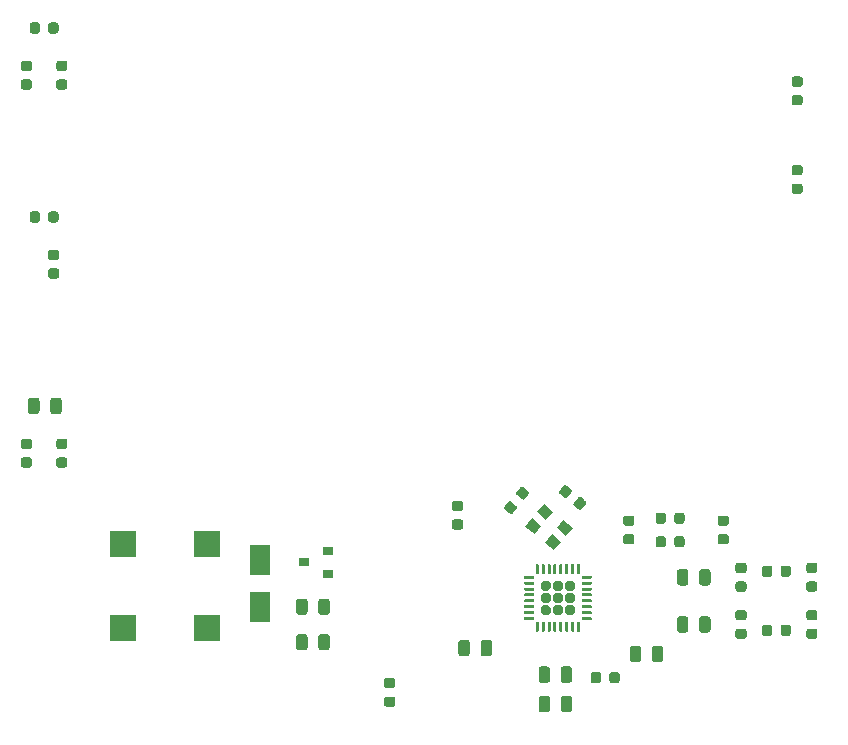
<source format=gtp>
G04 #@! TF.GenerationSoftware,KiCad,Pcbnew,(5.1.6)-1*
G04 #@! TF.CreationDate,2022-05-24T19:53:44-07:00*
G04 #@! TF.ProjectId,MFRC522 PCB ESP32,4d465243-3532-4322-9050-434220455350,rev?*
G04 #@! TF.SameCoordinates,Original*
G04 #@! TF.FileFunction,Paste,Top*
G04 #@! TF.FilePolarity,Positive*
%FSLAX46Y46*%
G04 Gerber Fmt 4.6, Leading zero omitted, Abs format (unit mm)*
G04 Created by KiCad (PCBNEW (5.1.6)-1) date 2022-05-24 19:53:44*
%MOMM*%
%LPD*%
G01*
G04 APERTURE LIST*
%ADD10C,0.100000*%
%ADD11R,0.900000X0.800000*%
%ADD12R,1.800000X2.500000*%
%ADD13R,2.300000X2.300000*%
G04 APERTURE END LIST*
D10*
G36*
X226769476Y-103493753D02*
G01*
X226203088Y-104193184D01*
X225425942Y-103563863D01*
X225992330Y-102864432D01*
X226769476Y-103493753D01*
G37*
G36*
X225098612Y-102140714D02*
G01*
X224532224Y-102840145D01*
X223755078Y-102210824D01*
X224321466Y-101511393D01*
X225098612Y-102140714D01*
G37*
G36*
X226074058Y-100936137D02*
G01*
X225507670Y-101635568D01*
X224730524Y-101006247D01*
X225296912Y-100306816D01*
X226074058Y-100936137D01*
G37*
G36*
X227744922Y-102289176D02*
G01*
X227178534Y-102988607D01*
X226401388Y-102359286D01*
X226967776Y-101659855D01*
X227744922Y-102289176D01*
G37*
G36*
G01*
X224812500Y-111125000D02*
X224687500Y-111125000D01*
G75*
G02*
X224625000Y-111062500I0J62500D01*
G01*
X224625000Y-110312500D01*
G75*
G02*
X224687500Y-110250000I62500J0D01*
G01*
X224812500Y-110250000D01*
G75*
G02*
X224875000Y-110312500I0J-62500D01*
G01*
X224875000Y-111062500D01*
G75*
G02*
X224812500Y-111125000I-62500J0D01*
G01*
G37*
G36*
G01*
X225312500Y-111125000D02*
X225187500Y-111125000D01*
G75*
G02*
X225125000Y-111062500I0J62500D01*
G01*
X225125000Y-110312500D01*
G75*
G02*
X225187500Y-110250000I62500J0D01*
G01*
X225312500Y-110250000D01*
G75*
G02*
X225375000Y-110312500I0J-62500D01*
G01*
X225375000Y-111062500D01*
G75*
G02*
X225312500Y-111125000I-62500J0D01*
G01*
G37*
G36*
G01*
X225812500Y-111125000D02*
X225687500Y-111125000D01*
G75*
G02*
X225625000Y-111062500I0J62500D01*
G01*
X225625000Y-110312500D01*
G75*
G02*
X225687500Y-110250000I62500J0D01*
G01*
X225812500Y-110250000D01*
G75*
G02*
X225875000Y-110312500I0J-62500D01*
G01*
X225875000Y-111062500D01*
G75*
G02*
X225812500Y-111125000I-62500J0D01*
G01*
G37*
G36*
G01*
X226312500Y-111125000D02*
X226187500Y-111125000D01*
G75*
G02*
X226125000Y-111062500I0J62500D01*
G01*
X226125000Y-110312500D01*
G75*
G02*
X226187500Y-110250000I62500J0D01*
G01*
X226312500Y-110250000D01*
G75*
G02*
X226375000Y-110312500I0J-62500D01*
G01*
X226375000Y-111062500D01*
G75*
G02*
X226312500Y-111125000I-62500J0D01*
G01*
G37*
G36*
G01*
X226812500Y-111125000D02*
X226687500Y-111125000D01*
G75*
G02*
X226625000Y-111062500I0J62500D01*
G01*
X226625000Y-110312500D01*
G75*
G02*
X226687500Y-110250000I62500J0D01*
G01*
X226812500Y-110250000D01*
G75*
G02*
X226875000Y-110312500I0J-62500D01*
G01*
X226875000Y-111062500D01*
G75*
G02*
X226812500Y-111125000I-62500J0D01*
G01*
G37*
G36*
G01*
X227312500Y-111125000D02*
X227187500Y-111125000D01*
G75*
G02*
X227125000Y-111062500I0J62500D01*
G01*
X227125000Y-110312500D01*
G75*
G02*
X227187500Y-110250000I62500J0D01*
G01*
X227312500Y-110250000D01*
G75*
G02*
X227375000Y-110312500I0J-62500D01*
G01*
X227375000Y-111062500D01*
G75*
G02*
X227312500Y-111125000I-62500J0D01*
G01*
G37*
G36*
G01*
X227812500Y-111125000D02*
X227687500Y-111125000D01*
G75*
G02*
X227625000Y-111062500I0J62500D01*
G01*
X227625000Y-110312500D01*
G75*
G02*
X227687500Y-110250000I62500J0D01*
G01*
X227812500Y-110250000D01*
G75*
G02*
X227875000Y-110312500I0J-62500D01*
G01*
X227875000Y-111062500D01*
G75*
G02*
X227812500Y-111125000I-62500J0D01*
G01*
G37*
G36*
G01*
X228312500Y-111125000D02*
X228187500Y-111125000D01*
G75*
G02*
X228125000Y-111062500I0J62500D01*
G01*
X228125000Y-110312500D01*
G75*
G02*
X228187500Y-110250000I62500J0D01*
G01*
X228312500Y-110250000D01*
G75*
G02*
X228375000Y-110312500I0J-62500D01*
G01*
X228375000Y-111062500D01*
G75*
G02*
X228312500Y-111125000I-62500J0D01*
G01*
G37*
G36*
G01*
X229312500Y-110125000D02*
X228562500Y-110125000D01*
G75*
G02*
X228500000Y-110062500I0J62500D01*
G01*
X228500000Y-109937500D01*
G75*
G02*
X228562500Y-109875000I62500J0D01*
G01*
X229312500Y-109875000D01*
G75*
G02*
X229375000Y-109937500I0J-62500D01*
G01*
X229375000Y-110062500D01*
G75*
G02*
X229312500Y-110125000I-62500J0D01*
G01*
G37*
G36*
G01*
X229312500Y-109625000D02*
X228562500Y-109625000D01*
G75*
G02*
X228500000Y-109562500I0J62500D01*
G01*
X228500000Y-109437500D01*
G75*
G02*
X228562500Y-109375000I62500J0D01*
G01*
X229312500Y-109375000D01*
G75*
G02*
X229375000Y-109437500I0J-62500D01*
G01*
X229375000Y-109562500D01*
G75*
G02*
X229312500Y-109625000I-62500J0D01*
G01*
G37*
G36*
G01*
X229312500Y-109125000D02*
X228562500Y-109125000D01*
G75*
G02*
X228500000Y-109062500I0J62500D01*
G01*
X228500000Y-108937500D01*
G75*
G02*
X228562500Y-108875000I62500J0D01*
G01*
X229312500Y-108875000D01*
G75*
G02*
X229375000Y-108937500I0J-62500D01*
G01*
X229375000Y-109062500D01*
G75*
G02*
X229312500Y-109125000I-62500J0D01*
G01*
G37*
G36*
G01*
X229312500Y-108625000D02*
X228562500Y-108625000D01*
G75*
G02*
X228500000Y-108562500I0J62500D01*
G01*
X228500000Y-108437500D01*
G75*
G02*
X228562500Y-108375000I62500J0D01*
G01*
X229312500Y-108375000D01*
G75*
G02*
X229375000Y-108437500I0J-62500D01*
G01*
X229375000Y-108562500D01*
G75*
G02*
X229312500Y-108625000I-62500J0D01*
G01*
G37*
G36*
G01*
X229312500Y-108125000D02*
X228562500Y-108125000D01*
G75*
G02*
X228500000Y-108062500I0J62500D01*
G01*
X228500000Y-107937500D01*
G75*
G02*
X228562500Y-107875000I62500J0D01*
G01*
X229312500Y-107875000D01*
G75*
G02*
X229375000Y-107937500I0J-62500D01*
G01*
X229375000Y-108062500D01*
G75*
G02*
X229312500Y-108125000I-62500J0D01*
G01*
G37*
G36*
G01*
X229312500Y-107625000D02*
X228562500Y-107625000D01*
G75*
G02*
X228500000Y-107562500I0J62500D01*
G01*
X228500000Y-107437500D01*
G75*
G02*
X228562500Y-107375000I62500J0D01*
G01*
X229312500Y-107375000D01*
G75*
G02*
X229375000Y-107437500I0J-62500D01*
G01*
X229375000Y-107562500D01*
G75*
G02*
X229312500Y-107625000I-62500J0D01*
G01*
G37*
G36*
G01*
X229312500Y-107125000D02*
X228562500Y-107125000D01*
G75*
G02*
X228500000Y-107062500I0J62500D01*
G01*
X228500000Y-106937500D01*
G75*
G02*
X228562500Y-106875000I62500J0D01*
G01*
X229312500Y-106875000D01*
G75*
G02*
X229375000Y-106937500I0J-62500D01*
G01*
X229375000Y-107062500D01*
G75*
G02*
X229312500Y-107125000I-62500J0D01*
G01*
G37*
G36*
G01*
X229312500Y-106625000D02*
X228562500Y-106625000D01*
G75*
G02*
X228500000Y-106562500I0J62500D01*
G01*
X228500000Y-106437500D01*
G75*
G02*
X228562500Y-106375000I62500J0D01*
G01*
X229312500Y-106375000D01*
G75*
G02*
X229375000Y-106437500I0J-62500D01*
G01*
X229375000Y-106562500D01*
G75*
G02*
X229312500Y-106625000I-62500J0D01*
G01*
G37*
G36*
G01*
X228312500Y-106250000D02*
X228187500Y-106250000D01*
G75*
G02*
X228125000Y-106187500I0J62500D01*
G01*
X228125000Y-105437500D01*
G75*
G02*
X228187500Y-105375000I62500J0D01*
G01*
X228312500Y-105375000D01*
G75*
G02*
X228375000Y-105437500I0J-62500D01*
G01*
X228375000Y-106187500D01*
G75*
G02*
X228312500Y-106250000I-62500J0D01*
G01*
G37*
G36*
G01*
X227812500Y-106250000D02*
X227687500Y-106250000D01*
G75*
G02*
X227625000Y-106187500I0J62500D01*
G01*
X227625000Y-105437500D01*
G75*
G02*
X227687500Y-105375000I62500J0D01*
G01*
X227812500Y-105375000D01*
G75*
G02*
X227875000Y-105437500I0J-62500D01*
G01*
X227875000Y-106187500D01*
G75*
G02*
X227812500Y-106250000I-62500J0D01*
G01*
G37*
G36*
G01*
X227312500Y-106250000D02*
X227187500Y-106250000D01*
G75*
G02*
X227125000Y-106187500I0J62500D01*
G01*
X227125000Y-105437500D01*
G75*
G02*
X227187500Y-105375000I62500J0D01*
G01*
X227312500Y-105375000D01*
G75*
G02*
X227375000Y-105437500I0J-62500D01*
G01*
X227375000Y-106187500D01*
G75*
G02*
X227312500Y-106250000I-62500J0D01*
G01*
G37*
G36*
G01*
X226812500Y-106250000D02*
X226687500Y-106250000D01*
G75*
G02*
X226625000Y-106187500I0J62500D01*
G01*
X226625000Y-105437500D01*
G75*
G02*
X226687500Y-105375000I62500J0D01*
G01*
X226812500Y-105375000D01*
G75*
G02*
X226875000Y-105437500I0J-62500D01*
G01*
X226875000Y-106187500D01*
G75*
G02*
X226812500Y-106250000I-62500J0D01*
G01*
G37*
G36*
G01*
X226312500Y-106250000D02*
X226187500Y-106250000D01*
G75*
G02*
X226125000Y-106187500I0J62500D01*
G01*
X226125000Y-105437500D01*
G75*
G02*
X226187500Y-105375000I62500J0D01*
G01*
X226312500Y-105375000D01*
G75*
G02*
X226375000Y-105437500I0J-62500D01*
G01*
X226375000Y-106187500D01*
G75*
G02*
X226312500Y-106250000I-62500J0D01*
G01*
G37*
G36*
G01*
X225812500Y-106250000D02*
X225687500Y-106250000D01*
G75*
G02*
X225625000Y-106187500I0J62500D01*
G01*
X225625000Y-105437500D01*
G75*
G02*
X225687500Y-105375000I62500J0D01*
G01*
X225812500Y-105375000D01*
G75*
G02*
X225875000Y-105437500I0J-62500D01*
G01*
X225875000Y-106187500D01*
G75*
G02*
X225812500Y-106250000I-62500J0D01*
G01*
G37*
G36*
G01*
X225312500Y-106250000D02*
X225187500Y-106250000D01*
G75*
G02*
X225125000Y-106187500I0J62500D01*
G01*
X225125000Y-105437500D01*
G75*
G02*
X225187500Y-105375000I62500J0D01*
G01*
X225312500Y-105375000D01*
G75*
G02*
X225375000Y-105437500I0J-62500D01*
G01*
X225375000Y-106187500D01*
G75*
G02*
X225312500Y-106250000I-62500J0D01*
G01*
G37*
G36*
G01*
X224812500Y-106250000D02*
X224687500Y-106250000D01*
G75*
G02*
X224625000Y-106187500I0J62500D01*
G01*
X224625000Y-105437500D01*
G75*
G02*
X224687500Y-105375000I62500J0D01*
G01*
X224812500Y-105375000D01*
G75*
G02*
X224875000Y-105437500I0J-62500D01*
G01*
X224875000Y-106187500D01*
G75*
G02*
X224812500Y-106250000I-62500J0D01*
G01*
G37*
G36*
G01*
X224437500Y-106625000D02*
X223687500Y-106625000D01*
G75*
G02*
X223625000Y-106562500I0J62500D01*
G01*
X223625000Y-106437500D01*
G75*
G02*
X223687500Y-106375000I62500J0D01*
G01*
X224437500Y-106375000D01*
G75*
G02*
X224500000Y-106437500I0J-62500D01*
G01*
X224500000Y-106562500D01*
G75*
G02*
X224437500Y-106625000I-62500J0D01*
G01*
G37*
G36*
G01*
X224437500Y-107125000D02*
X223687500Y-107125000D01*
G75*
G02*
X223625000Y-107062500I0J62500D01*
G01*
X223625000Y-106937500D01*
G75*
G02*
X223687500Y-106875000I62500J0D01*
G01*
X224437500Y-106875000D01*
G75*
G02*
X224500000Y-106937500I0J-62500D01*
G01*
X224500000Y-107062500D01*
G75*
G02*
X224437500Y-107125000I-62500J0D01*
G01*
G37*
G36*
G01*
X224437500Y-107625000D02*
X223687500Y-107625000D01*
G75*
G02*
X223625000Y-107562500I0J62500D01*
G01*
X223625000Y-107437500D01*
G75*
G02*
X223687500Y-107375000I62500J0D01*
G01*
X224437500Y-107375000D01*
G75*
G02*
X224500000Y-107437500I0J-62500D01*
G01*
X224500000Y-107562500D01*
G75*
G02*
X224437500Y-107625000I-62500J0D01*
G01*
G37*
G36*
G01*
X224437500Y-108125000D02*
X223687500Y-108125000D01*
G75*
G02*
X223625000Y-108062500I0J62500D01*
G01*
X223625000Y-107937500D01*
G75*
G02*
X223687500Y-107875000I62500J0D01*
G01*
X224437500Y-107875000D01*
G75*
G02*
X224500000Y-107937500I0J-62500D01*
G01*
X224500000Y-108062500D01*
G75*
G02*
X224437500Y-108125000I-62500J0D01*
G01*
G37*
G36*
G01*
X224437500Y-108625000D02*
X223687500Y-108625000D01*
G75*
G02*
X223625000Y-108562500I0J62500D01*
G01*
X223625000Y-108437500D01*
G75*
G02*
X223687500Y-108375000I62500J0D01*
G01*
X224437500Y-108375000D01*
G75*
G02*
X224500000Y-108437500I0J-62500D01*
G01*
X224500000Y-108562500D01*
G75*
G02*
X224437500Y-108625000I-62500J0D01*
G01*
G37*
G36*
G01*
X224437500Y-109125000D02*
X223687500Y-109125000D01*
G75*
G02*
X223625000Y-109062500I0J62500D01*
G01*
X223625000Y-108937500D01*
G75*
G02*
X223687500Y-108875000I62500J0D01*
G01*
X224437500Y-108875000D01*
G75*
G02*
X224500000Y-108937500I0J-62500D01*
G01*
X224500000Y-109062500D01*
G75*
G02*
X224437500Y-109125000I-62500J0D01*
G01*
G37*
G36*
G01*
X224437500Y-109625000D02*
X223687500Y-109625000D01*
G75*
G02*
X223625000Y-109562500I0J62500D01*
G01*
X223625000Y-109437500D01*
G75*
G02*
X223687500Y-109375000I62500J0D01*
G01*
X224437500Y-109375000D01*
G75*
G02*
X224500000Y-109437500I0J-62500D01*
G01*
X224500000Y-109562500D01*
G75*
G02*
X224437500Y-109625000I-62500J0D01*
G01*
G37*
G36*
G01*
X224437500Y-110125000D02*
X223687500Y-110125000D01*
G75*
G02*
X223625000Y-110062500I0J62500D01*
G01*
X223625000Y-109937500D01*
G75*
G02*
X223687500Y-109875000I62500J0D01*
G01*
X224437500Y-109875000D01*
G75*
G02*
X224500000Y-109937500I0J-62500D01*
G01*
X224500000Y-110062500D01*
G75*
G02*
X224437500Y-110125000I-62500J0D01*
G01*
G37*
G36*
G01*
X225677500Y-109695000D02*
X225262500Y-109695000D01*
G75*
G02*
X225055000Y-109487500I0J207500D01*
G01*
X225055000Y-109072500D01*
G75*
G02*
X225262500Y-108865000I207500J0D01*
G01*
X225677500Y-108865000D01*
G75*
G02*
X225885000Y-109072500I0J-207500D01*
G01*
X225885000Y-109487500D01*
G75*
G02*
X225677500Y-109695000I-207500J0D01*
G01*
G37*
G36*
G01*
X226707500Y-109695000D02*
X226292500Y-109695000D01*
G75*
G02*
X226085000Y-109487500I0J207500D01*
G01*
X226085000Y-109072500D01*
G75*
G02*
X226292500Y-108865000I207500J0D01*
G01*
X226707500Y-108865000D01*
G75*
G02*
X226915000Y-109072500I0J-207500D01*
G01*
X226915000Y-109487500D01*
G75*
G02*
X226707500Y-109695000I-207500J0D01*
G01*
G37*
G36*
G01*
X227737500Y-109695000D02*
X227322500Y-109695000D01*
G75*
G02*
X227115000Y-109487500I0J207500D01*
G01*
X227115000Y-109072500D01*
G75*
G02*
X227322500Y-108865000I207500J0D01*
G01*
X227737500Y-108865000D01*
G75*
G02*
X227945000Y-109072500I0J-207500D01*
G01*
X227945000Y-109487500D01*
G75*
G02*
X227737500Y-109695000I-207500J0D01*
G01*
G37*
G36*
G01*
X225677500Y-108665000D02*
X225262500Y-108665000D01*
G75*
G02*
X225055000Y-108457500I0J207500D01*
G01*
X225055000Y-108042500D01*
G75*
G02*
X225262500Y-107835000I207500J0D01*
G01*
X225677500Y-107835000D01*
G75*
G02*
X225885000Y-108042500I0J-207500D01*
G01*
X225885000Y-108457500D01*
G75*
G02*
X225677500Y-108665000I-207500J0D01*
G01*
G37*
G36*
G01*
X226707500Y-108665000D02*
X226292500Y-108665000D01*
G75*
G02*
X226085000Y-108457500I0J207500D01*
G01*
X226085000Y-108042500D01*
G75*
G02*
X226292500Y-107835000I207500J0D01*
G01*
X226707500Y-107835000D01*
G75*
G02*
X226915000Y-108042500I0J-207500D01*
G01*
X226915000Y-108457500D01*
G75*
G02*
X226707500Y-108665000I-207500J0D01*
G01*
G37*
G36*
G01*
X227737500Y-108665000D02*
X227322500Y-108665000D01*
G75*
G02*
X227115000Y-108457500I0J207500D01*
G01*
X227115000Y-108042500D01*
G75*
G02*
X227322500Y-107835000I207500J0D01*
G01*
X227737500Y-107835000D01*
G75*
G02*
X227945000Y-108042500I0J-207500D01*
G01*
X227945000Y-108457500D01*
G75*
G02*
X227737500Y-108665000I-207500J0D01*
G01*
G37*
G36*
G01*
X225677500Y-107635000D02*
X225262500Y-107635000D01*
G75*
G02*
X225055000Y-107427500I0J207500D01*
G01*
X225055000Y-107012500D01*
G75*
G02*
X225262500Y-106805000I207500J0D01*
G01*
X225677500Y-106805000D01*
G75*
G02*
X225885000Y-107012500I0J-207500D01*
G01*
X225885000Y-107427500D01*
G75*
G02*
X225677500Y-107635000I-207500J0D01*
G01*
G37*
G36*
G01*
X226707500Y-107635000D02*
X226292500Y-107635000D01*
G75*
G02*
X226085000Y-107427500I0J207500D01*
G01*
X226085000Y-107012500D01*
G75*
G02*
X226292500Y-106805000I207500J0D01*
G01*
X226707500Y-106805000D01*
G75*
G02*
X226915000Y-107012500I0J-207500D01*
G01*
X226915000Y-107427500D01*
G75*
G02*
X226707500Y-107635000I-207500J0D01*
G01*
G37*
G36*
G01*
X227737500Y-107635000D02*
X227322500Y-107635000D01*
G75*
G02*
X227115000Y-107427500I0J207500D01*
G01*
X227115000Y-107012500D01*
G75*
G02*
X227322500Y-106805000I207500J0D01*
G01*
X227737500Y-106805000D01*
G75*
G02*
X227945000Y-107012500I0J-207500D01*
G01*
X227945000Y-107427500D01*
G75*
G02*
X227737500Y-107635000I-207500J0D01*
G01*
G37*
G36*
G01*
X205300000Y-108543750D02*
X205300000Y-109456250D01*
G75*
G02*
X205056250Y-109700000I-243750J0D01*
G01*
X204568750Y-109700000D01*
G75*
G02*
X204325000Y-109456250I0J243750D01*
G01*
X204325000Y-108543750D01*
G75*
G02*
X204568750Y-108300000I243750J0D01*
G01*
X205056250Y-108300000D01*
G75*
G02*
X205300000Y-108543750I0J-243750D01*
G01*
G37*
G36*
G01*
X207175000Y-108543750D02*
X207175000Y-109456250D01*
G75*
G02*
X206931250Y-109700000I-243750J0D01*
G01*
X206443750Y-109700000D01*
G75*
G02*
X206200000Y-109456250I0J243750D01*
G01*
X206200000Y-108543750D01*
G75*
G02*
X206443750Y-108300000I243750J0D01*
G01*
X206931250Y-108300000D01*
G75*
G02*
X207175000Y-108543750I0J-243750D01*
G01*
G37*
G36*
G01*
X184756250Y-95650000D02*
X184243750Y-95650000D01*
G75*
G02*
X184025000Y-95431250I0J218750D01*
G01*
X184025000Y-94993750D01*
G75*
G02*
X184243750Y-94775000I218750J0D01*
G01*
X184756250Y-94775000D01*
G75*
G02*
X184975000Y-94993750I0J-218750D01*
G01*
X184975000Y-95431250D01*
G75*
G02*
X184756250Y-95650000I-218750J0D01*
G01*
G37*
G36*
G01*
X184756250Y-97225000D02*
X184243750Y-97225000D01*
G75*
G02*
X184025000Y-97006250I0J218750D01*
G01*
X184025000Y-96568750D01*
G75*
G02*
X184243750Y-96350000I218750J0D01*
G01*
X184756250Y-96350000D01*
G75*
G02*
X184975000Y-96568750I0J-218750D01*
G01*
X184975000Y-97006250D01*
G75*
G02*
X184756250Y-97225000I-218750J0D01*
G01*
G37*
G36*
G01*
X184756250Y-63650000D02*
X184243750Y-63650000D01*
G75*
G02*
X184025000Y-63431250I0J218750D01*
G01*
X184025000Y-62993750D01*
G75*
G02*
X184243750Y-62775000I218750J0D01*
G01*
X184756250Y-62775000D01*
G75*
G02*
X184975000Y-62993750I0J-218750D01*
G01*
X184975000Y-63431250D01*
G75*
G02*
X184756250Y-63650000I-218750J0D01*
G01*
G37*
G36*
G01*
X184756250Y-65225000D02*
X184243750Y-65225000D01*
G75*
G02*
X184025000Y-65006250I0J218750D01*
G01*
X184025000Y-64568750D01*
G75*
G02*
X184243750Y-64350000I218750J0D01*
G01*
X184756250Y-64350000D01*
G75*
G02*
X184975000Y-64568750I0J-218750D01*
G01*
X184975000Y-65006250D01*
G75*
G02*
X184756250Y-65225000I-218750J0D01*
G01*
G37*
G36*
G01*
X212506250Y-115900000D02*
X211993750Y-115900000D01*
G75*
G02*
X211775000Y-115681250I0J218750D01*
G01*
X211775000Y-115243750D01*
G75*
G02*
X211993750Y-115025000I218750J0D01*
G01*
X212506250Y-115025000D01*
G75*
G02*
X212725000Y-115243750I0J-218750D01*
G01*
X212725000Y-115681250D01*
G75*
G02*
X212506250Y-115900000I-218750J0D01*
G01*
G37*
G36*
G01*
X212506250Y-117475000D02*
X211993750Y-117475000D01*
G75*
G02*
X211775000Y-117256250I0J218750D01*
G01*
X211775000Y-116818750D01*
G75*
G02*
X211993750Y-116600000I218750J0D01*
G01*
X212506250Y-116600000D01*
G75*
G02*
X212725000Y-116818750I0J-218750D01*
G01*
X212725000Y-117256250D01*
G75*
G02*
X212506250Y-117475000I-218750J0D01*
G01*
G37*
G36*
G01*
X181756250Y-95650000D02*
X181243750Y-95650000D01*
G75*
G02*
X181025000Y-95431250I0J218750D01*
G01*
X181025000Y-94993750D01*
G75*
G02*
X181243750Y-94775000I218750J0D01*
G01*
X181756250Y-94775000D01*
G75*
G02*
X181975000Y-94993750I0J-218750D01*
G01*
X181975000Y-95431250D01*
G75*
G02*
X181756250Y-95650000I-218750J0D01*
G01*
G37*
G36*
G01*
X181756250Y-97225000D02*
X181243750Y-97225000D01*
G75*
G02*
X181025000Y-97006250I0J218750D01*
G01*
X181025000Y-96568750D01*
G75*
G02*
X181243750Y-96350000I218750J0D01*
G01*
X181756250Y-96350000D01*
G75*
G02*
X181975000Y-96568750I0J-218750D01*
G01*
X181975000Y-97006250D01*
G75*
G02*
X181756250Y-97225000I-218750J0D01*
G01*
G37*
G36*
G01*
X205300000Y-111543750D02*
X205300000Y-112456250D01*
G75*
G02*
X205056250Y-112700000I-243750J0D01*
G01*
X204568750Y-112700000D01*
G75*
G02*
X204325000Y-112456250I0J243750D01*
G01*
X204325000Y-111543750D01*
G75*
G02*
X204568750Y-111300000I243750J0D01*
G01*
X205056250Y-111300000D01*
G75*
G02*
X205300000Y-111543750I0J-243750D01*
G01*
G37*
G36*
G01*
X207175000Y-111543750D02*
X207175000Y-112456250D01*
G75*
G02*
X206931250Y-112700000I-243750J0D01*
G01*
X206443750Y-112700000D01*
G75*
G02*
X206200000Y-112456250I0J243750D01*
G01*
X206200000Y-111543750D01*
G75*
G02*
X206443750Y-111300000I243750J0D01*
G01*
X206931250Y-111300000D01*
G75*
G02*
X207175000Y-111543750I0J-243750D01*
G01*
G37*
G36*
G01*
X232243750Y-102850000D02*
X232756250Y-102850000D01*
G75*
G02*
X232975000Y-103068750I0J-218750D01*
G01*
X232975000Y-103506250D01*
G75*
G02*
X232756250Y-103725000I-218750J0D01*
G01*
X232243750Y-103725000D01*
G75*
G02*
X232025000Y-103506250I0J218750D01*
G01*
X232025000Y-103068750D01*
G75*
G02*
X232243750Y-102850000I218750J0D01*
G01*
G37*
G36*
G01*
X232243750Y-101275000D02*
X232756250Y-101275000D01*
G75*
G02*
X232975000Y-101493750I0J-218750D01*
G01*
X232975000Y-101931250D01*
G75*
G02*
X232756250Y-102150000I-218750J0D01*
G01*
X232243750Y-102150000D01*
G75*
G02*
X232025000Y-101931250I0J218750D01*
G01*
X232025000Y-101493750D01*
G75*
G02*
X232243750Y-101275000I218750J0D01*
G01*
G37*
G36*
G01*
X240243750Y-102850000D02*
X240756250Y-102850000D01*
G75*
G02*
X240975000Y-103068750I0J-218750D01*
G01*
X240975000Y-103506250D01*
G75*
G02*
X240756250Y-103725000I-218750J0D01*
G01*
X240243750Y-103725000D01*
G75*
G02*
X240025000Y-103506250I0J218750D01*
G01*
X240025000Y-103068750D01*
G75*
G02*
X240243750Y-102850000I218750J0D01*
G01*
G37*
G36*
G01*
X240243750Y-101275000D02*
X240756250Y-101275000D01*
G75*
G02*
X240975000Y-101493750I0J-218750D01*
G01*
X240975000Y-101931250D01*
G75*
G02*
X240756250Y-102150000I-218750J0D01*
G01*
X240243750Y-102150000D01*
G75*
G02*
X240025000Y-101931250I0J218750D01*
G01*
X240025000Y-101493750D01*
G75*
G02*
X240243750Y-101275000I218750J0D01*
G01*
G37*
G36*
G01*
X181756250Y-63650000D02*
X181243750Y-63650000D01*
G75*
G02*
X181025000Y-63431250I0J218750D01*
G01*
X181025000Y-62993750D01*
G75*
G02*
X181243750Y-62775000I218750J0D01*
G01*
X181756250Y-62775000D01*
G75*
G02*
X181975000Y-62993750I0J-218750D01*
G01*
X181975000Y-63431250D01*
G75*
G02*
X181756250Y-63650000I-218750J0D01*
G01*
G37*
G36*
G01*
X181756250Y-65225000D02*
X181243750Y-65225000D01*
G75*
G02*
X181025000Y-65006250I0J218750D01*
G01*
X181025000Y-64568750D01*
G75*
G02*
X181243750Y-64350000I218750J0D01*
G01*
X181756250Y-64350000D01*
G75*
G02*
X181975000Y-64568750I0J-218750D01*
G01*
X181975000Y-65006250D01*
G75*
G02*
X181756250Y-65225000I-218750J0D01*
G01*
G37*
G36*
G01*
X184056250Y-79650000D02*
X183543750Y-79650000D01*
G75*
G02*
X183325000Y-79431250I0J218750D01*
G01*
X183325000Y-78993750D01*
G75*
G02*
X183543750Y-78775000I218750J0D01*
G01*
X184056250Y-78775000D01*
G75*
G02*
X184275000Y-78993750I0J-218750D01*
G01*
X184275000Y-79431250D01*
G75*
G02*
X184056250Y-79650000I-218750J0D01*
G01*
G37*
G36*
G01*
X184056250Y-81225000D02*
X183543750Y-81225000D01*
G75*
G02*
X183325000Y-81006250I0J218750D01*
G01*
X183325000Y-80568750D01*
G75*
G02*
X183543750Y-80350000I218750J0D01*
G01*
X184056250Y-80350000D01*
G75*
G02*
X184275000Y-80568750I0J-218750D01*
G01*
X184275000Y-81006250D01*
G75*
G02*
X184056250Y-81225000I-218750J0D01*
G01*
G37*
G36*
G01*
X230150000Y-114743750D02*
X230150000Y-115256250D01*
G75*
G02*
X229931250Y-115475000I-218750J0D01*
G01*
X229493750Y-115475000D01*
G75*
G02*
X229275000Y-115256250I0J218750D01*
G01*
X229275000Y-114743750D01*
G75*
G02*
X229493750Y-114525000I218750J0D01*
G01*
X229931250Y-114525000D01*
G75*
G02*
X230150000Y-114743750I0J-218750D01*
G01*
G37*
G36*
G01*
X231725000Y-114743750D02*
X231725000Y-115256250D01*
G75*
G02*
X231506250Y-115475000I-218750J0D01*
G01*
X231068750Y-115475000D01*
G75*
G02*
X230850000Y-115256250I0J218750D01*
G01*
X230850000Y-114743750D01*
G75*
G02*
X231068750Y-114525000I218750J0D01*
G01*
X231506250Y-114525000D01*
G75*
G02*
X231725000Y-114743750I0J-218750D01*
G01*
G37*
G36*
G01*
X217743750Y-101600000D02*
X218256250Y-101600000D01*
G75*
G02*
X218475000Y-101818750I0J-218750D01*
G01*
X218475000Y-102256250D01*
G75*
G02*
X218256250Y-102475000I-218750J0D01*
G01*
X217743750Y-102475000D01*
G75*
G02*
X217525000Y-102256250I0J218750D01*
G01*
X217525000Y-101818750D01*
G75*
G02*
X217743750Y-101600000I218750J0D01*
G01*
G37*
G36*
G01*
X217743750Y-100025000D02*
X218256250Y-100025000D01*
G75*
G02*
X218475000Y-100243750I0J-218750D01*
G01*
X218475000Y-100681250D01*
G75*
G02*
X218256250Y-100900000I-218750J0D01*
G01*
X217743750Y-100900000D01*
G75*
G02*
X217525000Y-100681250I0J218750D01*
G01*
X217525000Y-100243750D01*
G75*
G02*
X217743750Y-100025000I218750J0D01*
G01*
G37*
D11*
X205000000Y-105250000D03*
X207000000Y-104300000D03*
X207000000Y-106200000D03*
G36*
G01*
X183512500Y-92456250D02*
X183512500Y-91543750D01*
G75*
G02*
X183756250Y-91300000I243750J0D01*
G01*
X184243750Y-91300000D01*
G75*
G02*
X184487500Y-91543750I0J-243750D01*
G01*
X184487500Y-92456250D01*
G75*
G02*
X184243750Y-92700000I-243750J0D01*
G01*
X183756250Y-92700000D01*
G75*
G02*
X183512500Y-92456250I0J243750D01*
G01*
G37*
G36*
G01*
X181637500Y-92456250D02*
X181637500Y-91543750D01*
G75*
G02*
X181881250Y-91300000I243750J0D01*
G01*
X182368750Y-91300000D01*
G75*
G02*
X182612500Y-91543750I0J-243750D01*
G01*
X182612500Y-92456250D01*
G75*
G02*
X182368750Y-92700000I-243750J0D01*
G01*
X181881250Y-92700000D01*
G75*
G02*
X181637500Y-92456250I0J243750D01*
G01*
G37*
G36*
G01*
X183350000Y-60256250D02*
X183350000Y-59743750D01*
G75*
G02*
X183568750Y-59525000I218750J0D01*
G01*
X184006250Y-59525000D01*
G75*
G02*
X184225000Y-59743750I0J-218750D01*
G01*
X184225000Y-60256250D01*
G75*
G02*
X184006250Y-60475000I-218750J0D01*
G01*
X183568750Y-60475000D01*
G75*
G02*
X183350000Y-60256250I0J218750D01*
G01*
G37*
G36*
G01*
X181775000Y-60256250D02*
X181775000Y-59743750D01*
G75*
G02*
X181993750Y-59525000I218750J0D01*
G01*
X182431250Y-59525000D01*
G75*
G02*
X182650000Y-59743750I0J-218750D01*
G01*
X182650000Y-60256250D01*
G75*
G02*
X182431250Y-60475000I-218750J0D01*
G01*
X181993750Y-60475000D01*
G75*
G02*
X181775000Y-60256250I0J218750D01*
G01*
G37*
G36*
G01*
X183350000Y-76256250D02*
X183350000Y-75743750D01*
G75*
G02*
X183568750Y-75525000I218750J0D01*
G01*
X184006250Y-75525000D01*
G75*
G02*
X184225000Y-75743750I0J-218750D01*
G01*
X184225000Y-76256250D01*
G75*
G02*
X184006250Y-76475000I-218750J0D01*
G01*
X183568750Y-76475000D01*
G75*
G02*
X183350000Y-76256250I0J218750D01*
G01*
G37*
G36*
G01*
X181775000Y-76256250D02*
X181775000Y-75743750D01*
G75*
G02*
X181993750Y-75525000I218750J0D01*
G01*
X182431250Y-75525000D01*
G75*
G02*
X182650000Y-75743750I0J-218750D01*
G01*
X182650000Y-76256250D01*
G75*
G02*
X182431250Y-76475000I-218750J0D01*
G01*
X181993750Y-76475000D01*
G75*
G02*
X181775000Y-76256250I0J218750D01*
G01*
G37*
G36*
G01*
X238450000Y-106956250D02*
X238450000Y-106043750D01*
G75*
G02*
X238693750Y-105800000I243750J0D01*
G01*
X239181250Y-105800000D01*
G75*
G02*
X239425000Y-106043750I0J-243750D01*
G01*
X239425000Y-106956250D01*
G75*
G02*
X239181250Y-107200000I-243750J0D01*
G01*
X238693750Y-107200000D01*
G75*
G02*
X238450000Y-106956250I0J243750D01*
G01*
G37*
G36*
G01*
X236575000Y-106956250D02*
X236575000Y-106043750D01*
G75*
G02*
X236818750Y-105800000I243750J0D01*
G01*
X237306250Y-105800000D01*
G75*
G02*
X237550000Y-106043750I0J-243750D01*
G01*
X237550000Y-106956250D01*
G75*
G02*
X237306250Y-107200000I-243750J0D01*
G01*
X236818750Y-107200000D01*
G75*
G02*
X236575000Y-106956250I0J243750D01*
G01*
G37*
G36*
G01*
X237550000Y-110043750D02*
X237550000Y-110956250D01*
G75*
G02*
X237306250Y-111200000I-243750J0D01*
G01*
X236818750Y-111200000D01*
G75*
G02*
X236575000Y-110956250I0J243750D01*
G01*
X236575000Y-110043750D01*
G75*
G02*
X236818750Y-109800000I243750J0D01*
G01*
X237306250Y-109800000D01*
G75*
G02*
X237550000Y-110043750I0J-243750D01*
G01*
G37*
G36*
G01*
X239425000Y-110043750D02*
X239425000Y-110956250D01*
G75*
G02*
X239181250Y-111200000I-243750J0D01*
G01*
X238693750Y-111200000D01*
G75*
G02*
X238450000Y-110956250I0J243750D01*
G01*
X238450000Y-110043750D01*
G75*
G02*
X238693750Y-109800000I243750J0D01*
G01*
X239181250Y-109800000D01*
G75*
G02*
X239425000Y-110043750I0J-243750D01*
G01*
G37*
D12*
X201250000Y-105000000D03*
X201250000Y-109000000D03*
G36*
G01*
X244650000Y-105743750D02*
X244650000Y-106256250D01*
G75*
G02*
X244431250Y-106475000I-218750J0D01*
G01*
X243993750Y-106475000D01*
G75*
G02*
X243775000Y-106256250I0J218750D01*
G01*
X243775000Y-105743750D01*
G75*
G02*
X243993750Y-105525000I218750J0D01*
G01*
X244431250Y-105525000D01*
G75*
G02*
X244650000Y-105743750I0J-218750D01*
G01*
G37*
G36*
G01*
X246225000Y-105743750D02*
X246225000Y-106256250D01*
G75*
G02*
X246006250Y-106475000I-218750J0D01*
G01*
X245568750Y-106475000D01*
G75*
G02*
X245350000Y-106256250I0J218750D01*
G01*
X245350000Y-105743750D01*
G75*
G02*
X245568750Y-105525000I218750J0D01*
G01*
X246006250Y-105525000D01*
G75*
G02*
X246225000Y-105743750I0J-218750D01*
G01*
G37*
G36*
G01*
X236350000Y-101756250D02*
X236350000Y-101243750D01*
G75*
G02*
X236568750Y-101025000I218750J0D01*
G01*
X237006250Y-101025000D01*
G75*
G02*
X237225000Y-101243750I0J-218750D01*
G01*
X237225000Y-101756250D01*
G75*
G02*
X237006250Y-101975000I-218750J0D01*
G01*
X236568750Y-101975000D01*
G75*
G02*
X236350000Y-101756250I0J218750D01*
G01*
G37*
G36*
G01*
X234775000Y-101756250D02*
X234775000Y-101243750D01*
G75*
G02*
X234993750Y-101025000I218750J0D01*
G01*
X235431250Y-101025000D01*
G75*
G02*
X235650000Y-101243750I0J-218750D01*
G01*
X235650000Y-101756250D01*
G75*
G02*
X235431250Y-101975000I-218750J0D01*
G01*
X234993750Y-101975000D01*
G75*
G02*
X234775000Y-101756250I0J218750D01*
G01*
G37*
G36*
G01*
X235650000Y-103243750D02*
X235650000Y-103756250D01*
G75*
G02*
X235431250Y-103975000I-218750J0D01*
G01*
X234993750Y-103975000D01*
G75*
G02*
X234775000Y-103756250I0J218750D01*
G01*
X234775000Y-103243750D01*
G75*
G02*
X234993750Y-103025000I218750J0D01*
G01*
X235431250Y-103025000D01*
G75*
G02*
X235650000Y-103243750I0J-218750D01*
G01*
G37*
G36*
G01*
X237225000Y-103243750D02*
X237225000Y-103756250D01*
G75*
G02*
X237006250Y-103975000I-218750J0D01*
G01*
X236568750Y-103975000D01*
G75*
G02*
X236350000Y-103756250I0J218750D01*
G01*
X236350000Y-103243750D01*
G75*
G02*
X236568750Y-103025000I218750J0D01*
G01*
X237006250Y-103025000D01*
G75*
G02*
X237225000Y-103243750I0J-218750D01*
G01*
G37*
G36*
G01*
X247743750Y-106850000D02*
X248256250Y-106850000D01*
G75*
G02*
X248475000Y-107068750I0J-218750D01*
G01*
X248475000Y-107506250D01*
G75*
G02*
X248256250Y-107725000I-218750J0D01*
G01*
X247743750Y-107725000D01*
G75*
G02*
X247525000Y-107506250I0J218750D01*
G01*
X247525000Y-107068750D01*
G75*
G02*
X247743750Y-106850000I218750J0D01*
G01*
G37*
G36*
G01*
X247743750Y-105275000D02*
X248256250Y-105275000D01*
G75*
G02*
X248475000Y-105493750I0J-218750D01*
G01*
X248475000Y-105931250D01*
G75*
G02*
X248256250Y-106150000I-218750J0D01*
G01*
X247743750Y-106150000D01*
G75*
G02*
X247525000Y-105931250I0J218750D01*
G01*
X247525000Y-105493750D01*
G75*
G02*
X247743750Y-105275000I218750J0D01*
G01*
G37*
G36*
G01*
X245350000Y-111256250D02*
X245350000Y-110743750D01*
G75*
G02*
X245568750Y-110525000I218750J0D01*
G01*
X246006250Y-110525000D01*
G75*
G02*
X246225000Y-110743750I0J-218750D01*
G01*
X246225000Y-111256250D01*
G75*
G02*
X246006250Y-111475000I-218750J0D01*
G01*
X245568750Y-111475000D01*
G75*
G02*
X245350000Y-111256250I0J218750D01*
G01*
G37*
G36*
G01*
X243775000Y-111256250D02*
X243775000Y-110743750D01*
G75*
G02*
X243993750Y-110525000I218750J0D01*
G01*
X244431250Y-110525000D01*
G75*
G02*
X244650000Y-110743750I0J-218750D01*
G01*
X244650000Y-111256250D01*
G75*
G02*
X244431250Y-111475000I-218750J0D01*
G01*
X243993750Y-111475000D01*
G75*
G02*
X243775000Y-111256250I0J218750D01*
G01*
G37*
G36*
G01*
X234450000Y-113456250D02*
X234450000Y-112543750D01*
G75*
G02*
X234693750Y-112300000I243750J0D01*
G01*
X235181250Y-112300000D01*
G75*
G02*
X235425000Y-112543750I0J-243750D01*
G01*
X235425000Y-113456250D01*
G75*
G02*
X235181250Y-113700000I-243750J0D01*
G01*
X234693750Y-113700000D01*
G75*
G02*
X234450000Y-113456250I0J243750D01*
G01*
G37*
G36*
G01*
X232575000Y-113456250D02*
X232575000Y-112543750D01*
G75*
G02*
X232818750Y-112300000I243750J0D01*
G01*
X233306250Y-112300000D01*
G75*
G02*
X233550000Y-112543750I0J-243750D01*
G01*
X233550000Y-113456250D01*
G75*
G02*
X233306250Y-113700000I-243750J0D01*
G01*
X232818750Y-113700000D01*
G75*
G02*
X232575000Y-113456250I0J243750D01*
G01*
G37*
G36*
G01*
X241743750Y-110850000D02*
X242256250Y-110850000D01*
G75*
G02*
X242475000Y-111068750I0J-218750D01*
G01*
X242475000Y-111506250D01*
G75*
G02*
X242256250Y-111725000I-218750J0D01*
G01*
X241743750Y-111725000D01*
G75*
G02*
X241525000Y-111506250I0J218750D01*
G01*
X241525000Y-111068750D01*
G75*
G02*
X241743750Y-110850000I218750J0D01*
G01*
G37*
G36*
G01*
X241743750Y-109275000D02*
X242256250Y-109275000D01*
G75*
G02*
X242475000Y-109493750I0J-218750D01*
G01*
X242475000Y-109931250D01*
G75*
G02*
X242256250Y-110150000I-218750J0D01*
G01*
X241743750Y-110150000D01*
G75*
G02*
X241525000Y-109931250I0J218750D01*
G01*
X241525000Y-109493750D01*
G75*
G02*
X241743750Y-109275000I218750J0D01*
G01*
G37*
G36*
G01*
X241743750Y-106850000D02*
X242256250Y-106850000D01*
G75*
G02*
X242475000Y-107068750I0J-218750D01*
G01*
X242475000Y-107506250D01*
G75*
G02*
X242256250Y-107725000I-218750J0D01*
G01*
X241743750Y-107725000D01*
G75*
G02*
X241525000Y-107506250I0J218750D01*
G01*
X241525000Y-107068750D01*
G75*
G02*
X241743750Y-106850000I218750J0D01*
G01*
G37*
G36*
G01*
X241743750Y-105275000D02*
X242256250Y-105275000D01*
G75*
G02*
X242475000Y-105493750I0J-218750D01*
G01*
X242475000Y-105931250D01*
G75*
G02*
X242256250Y-106150000I-218750J0D01*
G01*
X241743750Y-106150000D01*
G75*
G02*
X241525000Y-105931250I0J218750D01*
G01*
X241525000Y-105493750D01*
G75*
G02*
X241743750Y-105275000I218750J0D01*
G01*
G37*
G36*
G01*
X219050000Y-112043750D02*
X219050000Y-112956250D01*
G75*
G02*
X218806250Y-113200000I-243750J0D01*
G01*
X218318750Y-113200000D01*
G75*
G02*
X218075000Y-112956250I0J243750D01*
G01*
X218075000Y-112043750D01*
G75*
G02*
X218318750Y-111800000I243750J0D01*
G01*
X218806250Y-111800000D01*
G75*
G02*
X219050000Y-112043750I0J-243750D01*
G01*
G37*
G36*
G01*
X220925000Y-112043750D02*
X220925000Y-112956250D01*
G75*
G02*
X220681250Y-113200000I-243750J0D01*
G01*
X220193750Y-113200000D01*
G75*
G02*
X219950000Y-112956250I0J243750D01*
G01*
X219950000Y-112043750D01*
G75*
G02*
X220193750Y-111800000I243750J0D01*
G01*
X220681250Y-111800000D01*
G75*
G02*
X220925000Y-112043750I0J-243750D01*
G01*
G37*
G36*
G01*
X247743750Y-110850000D02*
X248256250Y-110850000D01*
G75*
G02*
X248475000Y-111068750I0J-218750D01*
G01*
X248475000Y-111506250D01*
G75*
G02*
X248256250Y-111725000I-218750J0D01*
G01*
X247743750Y-111725000D01*
G75*
G02*
X247525000Y-111506250I0J218750D01*
G01*
X247525000Y-111068750D01*
G75*
G02*
X247743750Y-110850000I218750J0D01*
G01*
G37*
G36*
G01*
X247743750Y-109275000D02*
X248256250Y-109275000D01*
G75*
G02*
X248475000Y-109493750I0J-218750D01*
G01*
X248475000Y-109931250D01*
G75*
G02*
X248256250Y-110150000I-218750J0D01*
G01*
X247743750Y-110150000D01*
G75*
G02*
X247525000Y-109931250I0J218750D01*
G01*
X247525000Y-109493750D01*
G75*
G02*
X247743750Y-109275000I218750J0D01*
G01*
G37*
G36*
G01*
X225840000Y-114293750D02*
X225840000Y-115206250D01*
G75*
G02*
X225596250Y-115450000I-243750J0D01*
G01*
X225108750Y-115450000D01*
G75*
G02*
X224865000Y-115206250I0J243750D01*
G01*
X224865000Y-114293750D01*
G75*
G02*
X225108750Y-114050000I243750J0D01*
G01*
X225596250Y-114050000D01*
G75*
G02*
X225840000Y-114293750I0J-243750D01*
G01*
G37*
G36*
G01*
X227715000Y-114293750D02*
X227715000Y-115206250D01*
G75*
G02*
X227471250Y-115450000I-243750J0D01*
G01*
X226983750Y-115450000D01*
G75*
G02*
X226740000Y-115206250I0J243750D01*
G01*
X226740000Y-114293750D01*
G75*
G02*
X226983750Y-114050000I243750J0D01*
G01*
X227471250Y-114050000D01*
G75*
G02*
X227715000Y-114293750I0J-243750D01*
G01*
G37*
G36*
G01*
X225840000Y-116793750D02*
X225840000Y-117706250D01*
G75*
G02*
X225596250Y-117950000I-243750J0D01*
G01*
X225108750Y-117950000D01*
G75*
G02*
X224865000Y-117706250I0J243750D01*
G01*
X224865000Y-116793750D01*
G75*
G02*
X225108750Y-116550000I243750J0D01*
G01*
X225596250Y-116550000D01*
G75*
G02*
X225840000Y-116793750I0J-243750D01*
G01*
G37*
G36*
G01*
X227715000Y-116793750D02*
X227715000Y-117706250D01*
G75*
G02*
X227471250Y-117950000I-243750J0D01*
G01*
X226983750Y-117950000D01*
G75*
G02*
X226740000Y-117706250I0J243750D01*
G01*
X226740000Y-116793750D01*
G75*
G02*
X226983750Y-116550000I243750J0D01*
G01*
X227471250Y-116550000D01*
G75*
G02*
X227715000Y-116793750I0J-243750D01*
G01*
G37*
G36*
G01*
X227860737Y-100169406D02*
X228183264Y-99771119D01*
G75*
G02*
X228490929Y-99738782I170001J-137664D01*
G01*
X228830930Y-100014109D01*
G75*
G02*
X228863267Y-100321774I-137664J-170001D01*
G01*
X228540740Y-100720061D01*
G75*
G02*
X228233075Y-100752398I-170001J137664D01*
G01*
X227893074Y-100477071D01*
G75*
G02*
X227860737Y-100169406I137664J170001D01*
G01*
G37*
G36*
G01*
X226636733Y-99178226D02*
X226959260Y-98779939D01*
G75*
G02*
X227266925Y-98747602I170001J-137664D01*
G01*
X227606926Y-99022929D01*
G75*
G02*
X227639263Y-99330594I-137664J-170001D01*
G01*
X227316736Y-99728881D01*
G75*
G02*
X227009071Y-99761218I-170001J137664D01*
G01*
X226669070Y-99485891D01*
G75*
G02*
X226636733Y-99178226I137664J170001D01*
G01*
G37*
G36*
G01*
X222580594Y-100110737D02*
X222978881Y-100433264D01*
G75*
G02*
X223011218Y-100740929I-137664J-170001D01*
G01*
X222735891Y-101080930D01*
G75*
G02*
X222428226Y-101113267I-170001J137664D01*
G01*
X222029939Y-100790740D01*
G75*
G02*
X221997602Y-100483075I137664J170001D01*
G01*
X222272929Y-100143074D01*
G75*
G02*
X222580594Y-100110737I170001J-137664D01*
G01*
G37*
G36*
G01*
X223571774Y-98886733D02*
X223970061Y-99209260D01*
G75*
G02*
X224002398Y-99516925I-137664J-170001D01*
G01*
X223727071Y-99856926D01*
G75*
G02*
X223419406Y-99889263I-170001J137664D01*
G01*
X223021119Y-99566736D01*
G75*
G02*
X222988782Y-99259071I137664J170001D01*
G01*
X223264109Y-98919070D01*
G75*
G02*
X223571774Y-98886733I170001J-137664D01*
G01*
G37*
D13*
X196800000Y-110800000D03*
X189700000Y-110800000D03*
X189700000Y-103700000D03*
X196800000Y-103700000D03*
G36*
G01*
X246501110Y-73173635D02*
X247013610Y-73173635D01*
G75*
G02*
X247232360Y-73392385I0J-218750D01*
G01*
X247232360Y-73829885D01*
G75*
G02*
X247013610Y-74048635I-218750J0D01*
G01*
X246501110Y-74048635D01*
G75*
G02*
X246282360Y-73829885I0J218750D01*
G01*
X246282360Y-73392385D01*
G75*
G02*
X246501110Y-73173635I218750J0D01*
G01*
G37*
G36*
G01*
X246501110Y-71598635D02*
X247013610Y-71598635D01*
G75*
G02*
X247232360Y-71817385I0J-218750D01*
G01*
X247232360Y-72254885D01*
G75*
G02*
X247013610Y-72473635I-218750J0D01*
G01*
X246501110Y-72473635D01*
G75*
G02*
X246282360Y-72254885I0J218750D01*
G01*
X246282360Y-71817385D01*
G75*
G02*
X246501110Y-71598635I218750J0D01*
G01*
G37*
G36*
G01*
X246501110Y-65673635D02*
X247013610Y-65673635D01*
G75*
G02*
X247232360Y-65892385I0J-218750D01*
G01*
X247232360Y-66329885D01*
G75*
G02*
X247013610Y-66548635I-218750J0D01*
G01*
X246501110Y-66548635D01*
G75*
G02*
X246282360Y-66329885I0J218750D01*
G01*
X246282360Y-65892385D01*
G75*
G02*
X246501110Y-65673635I218750J0D01*
G01*
G37*
G36*
G01*
X246501110Y-64098635D02*
X247013610Y-64098635D01*
G75*
G02*
X247232360Y-64317385I0J-218750D01*
G01*
X247232360Y-64754885D01*
G75*
G02*
X247013610Y-64973635I-218750J0D01*
G01*
X246501110Y-64973635D01*
G75*
G02*
X246282360Y-64754885I0J218750D01*
G01*
X246282360Y-64317385D01*
G75*
G02*
X246501110Y-64098635I218750J0D01*
G01*
G37*
M02*

</source>
